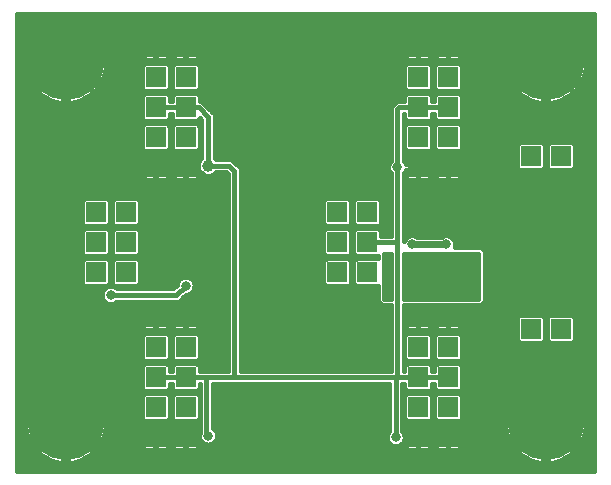
<source format=gbr>
G75*
G70*
%OFA0B0*%
%FSLAX24Y24*%
%IPPOS*%
%LPD*%
%AMOC8*
5,1,8,0,0,1.08239X$1,22.5*
%
%ADD10R,0.0650X0.0650*%
%ADD11C,0.2540*%
%ADD12C,0.0160*%
%ADD13C,0.0317*%
%ADD14C,0.0240*%
%ADD15C,0.0396*%
D10*
X005088Y005413D03*
X006088Y005413D03*
X006088Y006413D03*
X005088Y006413D03*
X005088Y007413D03*
X006088Y007413D03*
X006088Y008413D03*
X005088Y008413D03*
X005088Y009413D03*
X006088Y009413D03*
X004088Y010913D03*
X003088Y010913D03*
X003088Y011913D03*
X004088Y011913D03*
X004088Y012913D03*
X003088Y012913D03*
X005088Y014413D03*
X006088Y014413D03*
X006088Y015413D03*
X005088Y015413D03*
X005088Y016413D03*
X006088Y016413D03*
X006088Y017413D03*
X005088Y017413D03*
X005088Y018413D03*
X006088Y018413D03*
X011150Y012913D03*
X012150Y012913D03*
X012150Y011913D03*
X011150Y011913D03*
X011150Y010913D03*
X012150Y010913D03*
X013838Y009413D03*
X014838Y009413D03*
X014838Y008413D03*
X013838Y008413D03*
X013838Y007413D03*
X014838Y007413D03*
X014838Y006413D03*
X013838Y006413D03*
X013838Y005413D03*
X014838Y005413D03*
X017588Y008038D03*
X018588Y008038D03*
X018588Y009038D03*
X017588Y009038D03*
X017588Y010038D03*
X018588Y010038D03*
X018588Y013788D03*
X017588Y013788D03*
X017588Y014788D03*
X018588Y014788D03*
X018588Y015788D03*
X017588Y015788D03*
X014838Y015413D03*
X013838Y015413D03*
X013838Y016413D03*
X014838Y016413D03*
X014838Y017413D03*
X013838Y017413D03*
X013838Y018413D03*
X014838Y018413D03*
X014838Y014413D03*
X013838Y014413D03*
D11*
X018088Y017913D03*
X018088Y005913D03*
X002088Y005913D03*
X002088Y017913D03*
D12*
X000467Y019533D02*
X000467Y004293D01*
X019708Y004293D01*
X019708Y019533D01*
X000467Y019533D01*
X000467Y019446D02*
X019708Y019446D01*
X019708Y019288D02*
X000467Y019288D01*
X000467Y019129D02*
X001499Y019129D01*
X001510Y019135D02*
X001393Y019072D01*
X001282Y018999D01*
X001180Y018914D01*
X001086Y018821D01*
X001002Y018718D01*
X000928Y018608D01*
X000866Y018491D01*
X000815Y018368D01*
X000776Y018241D01*
X000751Y018111D01*
X000739Y017993D01*
X002007Y017993D01*
X002007Y017833D01*
X000739Y017833D01*
X000751Y017715D01*
X000776Y017585D01*
X000815Y017458D01*
X000866Y017335D01*
X000928Y017218D01*
X001002Y017108D01*
X001086Y017005D01*
X001180Y016912D01*
X001282Y016827D01*
X001393Y016754D01*
X001510Y016691D01*
X001632Y016640D01*
X001759Y016602D01*
X001889Y016576D01*
X002008Y016564D01*
X002008Y017833D01*
X002167Y017833D01*
X002167Y016564D01*
X002286Y016576D01*
X002416Y016602D01*
X002543Y016640D01*
X002665Y016691D01*
X002782Y016754D01*
X002893Y016827D01*
X002995Y016912D01*
X003089Y017005D01*
X003173Y017108D01*
X003247Y017218D01*
X003309Y017335D01*
X003360Y017458D01*
X003399Y017585D01*
X003424Y017715D01*
X003436Y017833D01*
X002168Y017833D01*
X002168Y017993D01*
X003436Y017993D01*
X003424Y018111D01*
X003399Y018241D01*
X003360Y018368D01*
X003309Y018491D01*
X003247Y018608D01*
X003173Y018718D01*
X003089Y018821D01*
X002995Y018914D01*
X002893Y018999D01*
X002782Y019072D01*
X002665Y019135D01*
X002543Y019186D01*
X002416Y019224D01*
X002286Y019250D01*
X002167Y019262D01*
X002167Y017993D01*
X002008Y017993D01*
X002008Y019262D01*
X001889Y019250D01*
X001759Y019224D01*
X001632Y019186D01*
X001510Y019135D01*
X001248Y018971D02*
X000467Y018971D01*
X000467Y018812D02*
X001079Y018812D01*
X000959Y018654D02*
X000467Y018654D01*
X000467Y018495D02*
X000868Y018495D01*
X000805Y018337D02*
X000467Y018337D01*
X000467Y018178D02*
X000764Y018178D01*
X000741Y018020D02*
X000467Y018020D01*
X000467Y017861D02*
X002007Y017861D01*
X002008Y017703D02*
X002167Y017703D01*
X002168Y017861D02*
X004688Y017861D01*
X004705Y017878D02*
X004623Y017796D01*
X004623Y017030D01*
X004705Y016948D01*
X005470Y016948D01*
X005552Y017030D01*
X005552Y017796D01*
X005470Y017878D01*
X004705Y017878D01*
X004747Y018008D02*
X005080Y018008D01*
X005080Y018405D01*
X005095Y018405D01*
X005095Y018008D01*
X005428Y018008D01*
X005458Y018020D01*
X005480Y018043D01*
X005492Y018072D01*
X005492Y018405D01*
X005095Y018405D01*
X005095Y018420D01*
X005492Y018420D01*
X005492Y018754D01*
X005480Y018783D01*
X005458Y018806D01*
X005428Y018818D01*
X005095Y018818D01*
X005095Y018420D01*
X005080Y018420D01*
X005080Y018405D01*
X004682Y018405D01*
X004683Y018072D01*
X004695Y018043D01*
X004717Y018020D01*
X004747Y018008D01*
X004719Y018020D02*
X003434Y018020D01*
X003411Y018178D02*
X004682Y018178D01*
X004682Y018337D02*
X003370Y018337D01*
X003307Y018495D02*
X004683Y018495D01*
X004683Y018420D02*
X005080Y018420D01*
X005080Y018818D01*
X004747Y018818D01*
X004717Y018806D01*
X004695Y018783D01*
X004683Y018754D01*
X004683Y018420D01*
X004683Y018654D02*
X003216Y018654D01*
X003096Y018812D02*
X004732Y018812D01*
X005080Y018812D02*
X005095Y018812D01*
X005080Y018654D02*
X005095Y018654D01*
X005080Y018495D02*
X005095Y018495D01*
X005080Y018337D02*
X005095Y018337D01*
X005080Y018178D02*
X005095Y018178D01*
X005080Y018020D02*
X005095Y018020D01*
X005456Y018020D02*
X005719Y018020D01*
X005717Y018020D02*
X005747Y018008D01*
X006080Y018008D01*
X006080Y018405D01*
X006095Y018405D01*
X006095Y018008D01*
X006428Y018008D01*
X006458Y018020D01*
X006480Y018043D01*
X006492Y018072D01*
X006492Y018405D01*
X006095Y018405D01*
X006095Y018420D01*
X006492Y018420D01*
X006492Y018754D01*
X006480Y018783D01*
X006458Y018806D01*
X006428Y018818D01*
X006095Y018818D01*
X006095Y018420D01*
X006080Y018420D01*
X006080Y018405D01*
X005682Y018405D01*
X005683Y018072D01*
X005695Y018043D01*
X005717Y018020D01*
X005705Y017878D02*
X005623Y017796D01*
X005623Y017030D01*
X005705Y016948D01*
X006470Y016948D01*
X006552Y017030D01*
X006552Y017796D01*
X006470Y017878D01*
X005705Y017878D01*
X005688Y017861D02*
X005487Y017861D01*
X005552Y017703D02*
X005623Y017703D01*
X005623Y017544D02*
X005552Y017544D01*
X005552Y017386D02*
X005623Y017386D01*
X005623Y017227D02*
X005552Y017227D01*
X005552Y017069D02*
X005623Y017069D01*
X005705Y016878D02*
X005623Y016796D01*
X005623Y016633D01*
X005552Y016633D01*
X005552Y016796D01*
X005470Y016878D01*
X004705Y016878D01*
X004623Y016796D01*
X004623Y016030D01*
X004705Y015948D01*
X005470Y015948D01*
X005552Y016030D01*
X005552Y016193D01*
X005623Y016193D01*
X005623Y016030D01*
X005705Y015948D01*
X006470Y015948D01*
X006552Y016030D01*
X006552Y016074D01*
X006618Y016009D01*
X006618Y014734D01*
X006551Y014667D01*
X006499Y014543D01*
X006499Y014408D01*
X006551Y014284D01*
X006646Y014189D01*
X006770Y014137D01*
X006905Y014137D01*
X007029Y014189D01*
X007096Y014255D01*
X007434Y014255D01*
X007493Y014197D01*
X007493Y007633D01*
X006552Y007633D01*
X006552Y007796D01*
X006470Y007878D01*
X005705Y007878D01*
X005623Y007796D01*
X005623Y007633D01*
X005552Y007633D01*
X005552Y007796D01*
X005470Y007878D01*
X004705Y007878D01*
X004623Y007796D01*
X004623Y007030D01*
X004705Y006948D01*
X005470Y006948D01*
X005552Y007030D01*
X005552Y007193D01*
X005623Y007193D01*
X005623Y007030D01*
X005705Y006948D01*
X006470Y006948D01*
X006552Y007030D01*
X006552Y007193D01*
X006555Y007193D01*
X006555Y005574D01*
X006539Y005535D01*
X006539Y005416D01*
X006584Y005306D01*
X006668Y005222D01*
X006778Y005177D01*
X006897Y005177D01*
X007007Y005222D01*
X007091Y005306D01*
X007136Y005416D01*
X007136Y005535D01*
X007091Y005645D01*
X007007Y005729D01*
X006995Y005734D01*
X006995Y007193D01*
X012868Y007193D01*
X012868Y005615D01*
X012834Y005582D01*
X012789Y005472D01*
X012789Y005354D01*
X012834Y005244D01*
X012918Y005160D01*
X013028Y005114D01*
X013147Y005114D01*
X013257Y005160D01*
X013341Y005244D01*
X013386Y005354D01*
X013386Y005472D01*
X013341Y005582D01*
X013307Y005615D01*
X013307Y007193D01*
X013373Y007193D01*
X013373Y007030D01*
X013455Y006948D01*
X014220Y006948D01*
X014302Y007030D01*
X014302Y007193D01*
X014373Y007193D01*
X014373Y007030D01*
X014455Y006948D01*
X015220Y006948D01*
X015302Y007030D01*
X015302Y007796D01*
X015220Y007878D01*
X014455Y007878D01*
X014373Y007796D01*
X014373Y007633D01*
X014302Y007633D01*
X014302Y007796D01*
X014220Y007878D01*
X013455Y007878D01*
X013373Y007796D01*
X013373Y007633D01*
X013370Y007633D01*
X013370Y009818D01*
X015929Y009818D01*
X016057Y009947D01*
X016057Y011629D01*
X015929Y011758D01*
X015060Y011758D01*
X015074Y011791D01*
X015074Y011910D01*
X015028Y012020D01*
X014944Y012104D01*
X014834Y012149D01*
X014716Y012149D01*
X014622Y012110D01*
X013803Y012110D01*
X013709Y012149D01*
X013591Y012149D01*
X013481Y012104D01*
X013397Y012020D01*
X013370Y011955D01*
X013370Y014211D01*
X013403Y014244D01*
X013432Y014314D01*
X013433Y014072D01*
X013445Y014043D01*
X013467Y014020D01*
X013497Y014008D01*
X013830Y014008D01*
X013830Y014405D01*
X013845Y014405D01*
X013845Y014008D01*
X014178Y014008D01*
X014208Y014020D01*
X014230Y014043D01*
X014242Y014072D01*
X014242Y014405D01*
X013845Y014405D01*
X013845Y014420D01*
X014242Y014420D01*
X014242Y014754D01*
X014230Y014783D01*
X014208Y014806D01*
X014178Y014818D01*
X013845Y014818D01*
X013845Y014420D01*
X013830Y014420D01*
X013830Y014818D01*
X013497Y014818D01*
X013467Y014806D01*
X013445Y014783D01*
X013433Y014754D01*
X013433Y014512D01*
X013403Y014582D01*
X013370Y014615D01*
X013370Y016193D01*
X013373Y016193D01*
X013373Y016030D01*
X013455Y015948D01*
X014220Y015948D01*
X014302Y016030D01*
X014302Y016193D01*
X014373Y016193D01*
X014373Y016030D01*
X014455Y015948D01*
X015220Y015948D01*
X015302Y016030D01*
X015302Y016796D01*
X015220Y016878D01*
X014455Y016878D01*
X014373Y016796D01*
X014373Y016633D01*
X014302Y016633D01*
X014302Y016796D01*
X014220Y016878D01*
X013455Y016878D01*
X013373Y016796D01*
X013373Y016633D01*
X013121Y016633D01*
X012993Y016504D01*
X012930Y016442D01*
X012930Y014615D01*
X012897Y014582D01*
X012851Y014472D01*
X012851Y014354D01*
X012897Y014244D01*
X012930Y014211D01*
X012930Y012133D01*
X012615Y012133D01*
X012615Y012296D01*
X012533Y012378D01*
X011767Y012378D01*
X011685Y012296D01*
X011685Y011530D01*
X011767Y011448D01*
X012493Y011448D01*
X012493Y011378D01*
X011767Y011378D01*
X011685Y011296D01*
X011685Y010530D01*
X011767Y010448D01*
X012493Y010448D01*
X012493Y009947D01*
X012621Y009818D01*
X012930Y009818D01*
X012930Y007633D01*
X007932Y007633D01*
X007932Y014379D01*
X007616Y014695D01*
X007096Y014695D01*
X007057Y014734D01*
X007057Y016192D01*
X006745Y016504D01*
X006616Y016633D01*
X006552Y016633D01*
X006552Y016796D01*
X006470Y016878D01*
X005705Y016878D01*
X005623Y016752D02*
X005552Y016752D01*
X005088Y016413D02*
X006088Y016413D01*
X006525Y016413D01*
X006838Y016100D01*
X006838Y014475D01*
X007525Y014475D01*
X007713Y014288D01*
X007713Y007413D01*
X006775Y007413D01*
X006775Y005538D01*
X006838Y005475D01*
X007105Y005339D02*
X012795Y005339D01*
X012799Y005498D02*
X007136Y005498D01*
X007079Y005656D02*
X012868Y005656D01*
X012868Y005815D02*
X006995Y005815D01*
X006995Y005973D02*
X012868Y005973D01*
X012868Y006132D02*
X006995Y006132D01*
X006995Y006290D02*
X012868Y006290D01*
X012868Y006449D02*
X006995Y006449D01*
X006995Y006607D02*
X012868Y006607D01*
X012868Y006766D02*
X006995Y006766D01*
X006995Y006924D02*
X012868Y006924D01*
X012868Y007083D02*
X006995Y007083D01*
X006775Y007413D02*
X006088Y007413D01*
X005088Y007413D01*
X004623Y007400D02*
X000467Y007400D01*
X000467Y007558D02*
X004623Y007558D01*
X004623Y007717D02*
X000467Y007717D01*
X000467Y007875D02*
X004702Y007875D01*
X004705Y007948D02*
X005470Y007948D01*
X005552Y008030D01*
X005552Y008796D01*
X005470Y008878D01*
X004705Y008878D01*
X004623Y008796D01*
X004623Y008030D01*
X004705Y007948D01*
X004623Y008034D02*
X000467Y008034D01*
X000467Y008192D02*
X004623Y008192D01*
X004623Y008351D02*
X000467Y008351D01*
X000467Y008509D02*
X004623Y008509D01*
X004623Y008668D02*
X000467Y008668D01*
X000467Y008826D02*
X004653Y008826D01*
X004717Y009020D02*
X004747Y009008D01*
X005080Y009008D01*
X005080Y009405D01*
X005095Y009405D01*
X005095Y009008D01*
X005428Y009008D01*
X005458Y009020D01*
X005480Y009043D01*
X005492Y009072D01*
X005492Y009405D01*
X005095Y009405D01*
X005095Y009420D01*
X005492Y009420D01*
X005492Y009754D01*
X005480Y009783D01*
X005458Y009806D01*
X005428Y009818D01*
X005095Y009818D01*
X005095Y009420D01*
X005080Y009420D01*
X005080Y009405D01*
X004682Y009405D01*
X004683Y009072D01*
X004695Y009043D01*
X004717Y009020D01*
X004682Y009144D02*
X000467Y009144D01*
X000467Y009302D02*
X004682Y009302D01*
X004683Y009420D02*
X005080Y009420D01*
X005080Y009818D01*
X004747Y009818D01*
X004717Y009806D01*
X004695Y009783D01*
X004683Y009754D01*
X004683Y009420D01*
X004683Y009461D02*
X000467Y009461D01*
X000467Y009619D02*
X004683Y009619D01*
X004692Y009778D02*
X000467Y009778D01*
X000467Y009936D02*
X003392Y009936D01*
X003418Y009910D02*
X003528Y009864D01*
X003647Y009864D01*
X003757Y009910D01*
X003790Y009943D01*
X005866Y009943D01*
X006100Y010177D01*
X006147Y010177D01*
X006257Y010222D01*
X006341Y010306D01*
X006386Y010416D01*
X006386Y010535D01*
X006341Y010645D01*
X006257Y010729D01*
X006147Y010774D01*
X006028Y010774D01*
X005918Y010729D01*
X005834Y010645D01*
X005789Y010535D01*
X005789Y010488D01*
X005684Y010383D01*
X003790Y010383D01*
X003757Y010416D01*
X003647Y010462D01*
X003528Y010462D01*
X003418Y010416D01*
X003334Y010332D01*
X003289Y010222D01*
X003289Y010104D01*
X003334Y009994D01*
X003418Y009910D01*
X003293Y010095D02*
X000467Y010095D01*
X000467Y010253D02*
X003301Y010253D01*
X003414Y010412D02*
X000467Y010412D01*
X000467Y010570D02*
X002623Y010570D01*
X002623Y010530D02*
X002705Y010448D01*
X003470Y010448D01*
X003552Y010530D01*
X003552Y011296D01*
X003470Y011378D01*
X002705Y011378D01*
X002623Y011296D01*
X002623Y010530D01*
X002623Y010729D02*
X000467Y010729D01*
X000467Y010887D02*
X002623Y010887D01*
X002623Y011046D02*
X000467Y011046D01*
X000467Y011204D02*
X002623Y011204D01*
X002689Y011363D02*
X000467Y011363D01*
X000467Y011521D02*
X002631Y011521D01*
X002623Y011530D02*
X002705Y011448D01*
X003470Y011448D01*
X003552Y011530D01*
X003552Y012296D01*
X003470Y012378D01*
X002705Y012378D01*
X002623Y012296D01*
X002623Y011530D01*
X002623Y011680D02*
X000467Y011680D01*
X000467Y011838D02*
X002623Y011838D01*
X002623Y011997D02*
X000467Y011997D01*
X000467Y012155D02*
X002623Y012155D01*
X002640Y012314D02*
X000467Y012314D01*
X000467Y012472D02*
X002680Y012472D01*
X002705Y012448D02*
X002623Y012530D01*
X002623Y013296D01*
X002705Y013378D01*
X003470Y013378D01*
X003552Y013296D01*
X003552Y012530D01*
X003470Y012448D01*
X002705Y012448D01*
X002623Y012631D02*
X000467Y012631D01*
X000467Y012789D02*
X002623Y012789D01*
X002623Y012948D02*
X000467Y012948D01*
X000467Y013106D02*
X002623Y013106D01*
X002623Y013265D02*
X000467Y013265D01*
X000467Y013423D02*
X007493Y013423D01*
X007493Y013265D02*
X004552Y013265D01*
X004552Y013296D02*
X004470Y013378D01*
X003705Y013378D01*
X003623Y013296D01*
X003623Y012530D01*
X003705Y012448D01*
X004470Y012448D01*
X004552Y012530D01*
X004552Y013296D01*
X004552Y013106D02*
X007493Y013106D01*
X007493Y012948D02*
X004552Y012948D01*
X004552Y012789D02*
X007493Y012789D01*
X007493Y012631D02*
X004552Y012631D01*
X004495Y012472D02*
X007493Y012472D01*
X007493Y012314D02*
X004535Y012314D01*
X004552Y012296D02*
X004470Y012378D01*
X003705Y012378D01*
X003623Y012296D01*
X003623Y011530D01*
X003705Y011448D01*
X004470Y011448D01*
X004552Y011530D01*
X004552Y012296D01*
X004552Y012155D02*
X007493Y012155D01*
X007493Y011997D02*
X004552Y011997D01*
X004552Y011838D02*
X007493Y011838D01*
X007493Y011680D02*
X004552Y011680D01*
X004544Y011521D02*
X007493Y011521D01*
X007493Y011363D02*
X004486Y011363D01*
X004470Y011378D02*
X004552Y011296D01*
X004552Y010530D01*
X004470Y010448D01*
X003705Y010448D01*
X003623Y010530D01*
X003623Y011296D01*
X003705Y011378D01*
X004470Y011378D01*
X004552Y011204D02*
X007493Y011204D01*
X007493Y011046D02*
X004552Y011046D01*
X004552Y010887D02*
X007493Y010887D01*
X007493Y010729D02*
X006257Y010729D01*
X006372Y010570D02*
X007493Y010570D01*
X007493Y010412D02*
X006384Y010412D01*
X006287Y010253D02*
X007493Y010253D01*
X007493Y010095D02*
X006018Y010095D01*
X005775Y010163D02*
X006088Y010475D01*
X005803Y010570D02*
X004552Y010570D01*
X004552Y010729D02*
X005918Y010729D01*
X005712Y010412D02*
X003761Y010412D01*
X003623Y010570D02*
X003552Y010570D01*
X003552Y010729D02*
X003623Y010729D01*
X003623Y010887D02*
X003552Y010887D01*
X003552Y011046D02*
X003623Y011046D01*
X003623Y011204D02*
X003552Y011204D01*
X003486Y011363D02*
X003689Y011363D01*
X003631Y011521D02*
X003544Y011521D01*
X003552Y011680D02*
X003623Y011680D01*
X003623Y011838D02*
X003552Y011838D01*
X003552Y011997D02*
X003623Y011997D01*
X003623Y012155D02*
X003552Y012155D01*
X003535Y012314D02*
X003640Y012314D01*
X003680Y012472D02*
X003495Y012472D01*
X003552Y012631D02*
X003623Y012631D01*
X003623Y012789D02*
X003552Y012789D01*
X003552Y012948D02*
X003623Y012948D01*
X003623Y013106D02*
X003552Y013106D01*
X003552Y013265D02*
X003623Y013265D01*
X004695Y014043D02*
X004717Y014020D01*
X004747Y014008D01*
X005080Y014008D01*
X005080Y014405D01*
X005095Y014405D01*
X005095Y014008D01*
X005428Y014008D01*
X005458Y014020D01*
X005480Y014043D01*
X005492Y014072D01*
X005492Y014405D01*
X005095Y014405D01*
X005095Y014420D01*
X005492Y014420D01*
X005492Y014754D01*
X005480Y014783D01*
X005458Y014806D01*
X005428Y014818D01*
X005095Y014818D01*
X005095Y014420D01*
X005080Y014420D01*
X005080Y014405D01*
X004682Y014405D01*
X004683Y014072D01*
X004695Y014043D01*
X004689Y014057D02*
X000467Y014057D01*
X000467Y013899D02*
X007493Y013899D01*
X007493Y014057D02*
X006486Y014057D01*
X006480Y014043D02*
X006492Y014072D01*
X006492Y014405D01*
X006095Y014405D01*
X006095Y014008D01*
X006428Y014008D01*
X006458Y014020D01*
X006480Y014043D01*
X006492Y014216D02*
X006619Y014216D01*
X006514Y014374D02*
X006492Y014374D01*
X006492Y014420D02*
X006492Y014754D01*
X006480Y014783D01*
X006458Y014806D01*
X006428Y014818D01*
X006095Y014818D01*
X006095Y014420D01*
X006492Y014420D01*
X006492Y014533D02*
X006499Y014533D01*
X006492Y014691D02*
X006575Y014691D01*
X006618Y014850D02*
X000467Y014850D01*
X000467Y015008D02*
X004644Y015008D01*
X004623Y015030D02*
X004705Y014948D01*
X005470Y014948D01*
X005552Y015030D01*
X005552Y015796D01*
X005470Y015878D01*
X004705Y015878D01*
X004623Y015796D01*
X004623Y015030D01*
X004623Y015167D02*
X000467Y015167D01*
X000467Y015325D02*
X004623Y015325D01*
X004623Y015484D02*
X000467Y015484D01*
X000467Y015642D02*
X004623Y015642D01*
X004627Y015801D02*
X000467Y015801D01*
X000467Y015959D02*
X004693Y015959D01*
X004623Y016118D02*
X000467Y016118D01*
X000467Y016276D02*
X004623Y016276D01*
X004623Y016435D02*
X000467Y016435D01*
X000467Y016593D02*
X001804Y016593D01*
X002008Y016593D02*
X002167Y016593D01*
X002167Y016752D02*
X002008Y016752D01*
X002008Y016910D02*
X002167Y016910D01*
X002167Y017069D02*
X002008Y017069D01*
X002008Y017227D02*
X002167Y017227D01*
X002167Y017386D02*
X002008Y017386D01*
X002008Y017544D02*
X002167Y017544D01*
X002167Y018020D02*
X002008Y018020D01*
X002008Y018178D02*
X002167Y018178D01*
X002167Y018337D02*
X002008Y018337D01*
X002008Y018495D02*
X002167Y018495D01*
X002167Y018654D02*
X002008Y018654D01*
X002008Y018812D02*
X002167Y018812D01*
X002167Y018971D02*
X002008Y018971D01*
X002008Y019129D02*
X002167Y019129D01*
X002676Y019129D02*
X017499Y019129D01*
X017510Y019135D02*
X017393Y019072D01*
X017282Y018999D01*
X017180Y018914D01*
X017086Y018821D01*
X017002Y018718D01*
X016928Y018608D01*
X016866Y018491D01*
X016815Y018368D01*
X016776Y018241D01*
X016751Y018111D01*
X016739Y017993D01*
X018007Y017993D01*
X018007Y017833D01*
X016739Y017833D01*
X016751Y017715D01*
X016776Y017585D01*
X016815Y017458D01*
X016866Y017335D01*
X016928Y017218D01*
X017002Y017108D01*
X017086Y017005D01*
X017180Y016912D01*
X017282Y016827D01*
X017393Y016754D01*
X017510Y016691D01*
X017632Y016640D01*
X017759Y016602D01*
X017889Y016576D01*
X018008Y016564D01*
X018008Y017833D01*
X018167Y017833D01*
X018167Y016564D01*
X018286Y016576D01*
X018416Y016602D01*
X018543Y016640D01*
X018665Y016691D01*
X018782Y016754D01*
X018893Y016827D01*
X018995Y016912D01*
X019089Y017005D01*
X019173Y017108D01*
X019247Y017218D01*
X019309Y017335D01*
X019360Y017458D01*
X019399Y017585D01*
X019424Y017715D01*
X019436Y017833D01*
X018168Y017833D01*
X018168Y017993D01*
X019436Y017993D01*
X019424Y018111D01*
X019399Y018241D01*
X019360Y018368D01*
X019309Y018491D01*
X019247Y018608D01*
X019173Y018718D01*
X019089Y018821D01*
X018995Y018914D01*
X018893Y018999D01*
X018782Y019072D01*
X018665Y019135D01*
X018543Y019186D01*
X018416Y019224D01*
X018286Y019250D01*
X018167Y019262D01*
X018167Y017993D01*
X018008Y017993D01*
X018008Y019262D01*
X017889Y019250D01*
X017759Y019224D01*
X017632Y019186D01*
X017510Y019135D01*
X017248Y018971D02*
X002927Y018971D01*
X003422Y017703D02*
X004623Y017703D01*
X004623Y017544D02*
X003386Y017544D01*
X003330Y017386D02*
X004623Y017386D01*
X004623Y017227D02*
X003252Y017227D01*
X003141Y017069D02*
X004623Y017069D01*
X004623Y016752D02*
X002778Y016752D01*
X002993Y016910D02*
X017182Y016910D01*
X017034Y017069D02*
X015302Y017069D01*
X015302Y017030D02*
X015302Y017796D01*
X015220Y017878D01*
X014455Y017878D01*
X014373Y017796D01*
X014373Y017030D01*
X014455Y016948D01*
X015220Y016948D01*
X015302Y017030D01*
X015302Y017227D02*
X016923Y017227D01*
X016845Y017386D02*
X015302Y017386D01*
X015302Y017544D02*
X016789Y017544D01*
X016753Y017703D02*
X015302Y017703D01*
X015237Y017861D02*
X018007Y017861D01*
X018008Y017703D02*
X018167Y017703D01*
X018168Y017861D02*
X019708Y017861D01*
X019708Y017703D02*
X019422Y017703D01*
X019386Y017544D02*
X019708Y017544D01*
X019708Y017386D02*
X019330Y017386D01*
X019252Y017227D02*
X019708Y017227D01*
X019708Y017069D02*
X019141Y017069D01*
X018993Y016910D02*
X019708Y016910D01*
X019708Y016752D02*
X018778Y016752D01*
X018371Y016593D02*
X019708Y016593D01*
X019708Y016435D02*
X015302Y016435D01*
X015302Y016593D02*
X017804Y016593D01*
X018008Y016593D02*
X018167Y016593D01*
X018167Y016752D02*
X018008Y016752D01*
X018008Y016910D02*
X018167Y016910D01*
X018167Y017069D02*
X018008Y017069D01*
X018008Y017227D02*
X018167Y017227D01*
X018167Y017386D02*
X018008Y017386D01*
X018008Y017544D02*
X018167Y017544D01*
X018167Y018020D02*
X018008Y018020D01*
X018008Y018178D02*
X018167Y018178D01*
X018167Y018337D02*
X018008Y018337D01*
X018008Y018495D02*
X018167Y018495D01*
X018167Y018654D02*
X018008Y018654D01*
X018008Y018812D02*
X018167Y018812D01*
X018167Y018971D02*
X018008Y018971D01*
X018008Y019129D02*
X018167Y019129D01*
X018676Y019129D02*
X019708Y019129D01*
X019708Y018971D02*
X018927Y018971D01*
X019096Y018812D02*
X019708Y018812D01*
X019708Y018654D02*
X019216Y018654D01*
X019307Y018495D02*
X019708Y018495D01*
X019708Y018337D02*
X019370Y018337D01*
X019411Y018178D02*
X019708Y018178D01*
X019708Y018020D02*
X019434Y018020D01*
X017397Y016752D02*
X015302Y016752D01*
X015302Y016276D02*
X019708Y016276D01*
X019708Y016118D02*
X018992Y016118D01*
X018992Y016129D02*
X018980Y016158D01*
X018958Y016181D01*
X018928Y016193D01*
X018595Y016193D01*
X018595Y015795D01*
X018992Y015795D01*
X018992Y016129D01*
X018992Y015959D02*
X019708Y015959D01*
X019708Y015801D02*
X018992Y015801D01*
X018992Y015780D02*
X018992Y015447D01*
X018980Y015418D01*
X018958Y015395D01*
X018928Y015383D01*
X018595Y015383D01*
X018595Y015780D01*
X018580Y015780D01*
X018580Y015383D01*
X018247Y015383D01*
X018217Y015395D01*
X018195Y015418D01*
X018183Y015447D01*
X018183Y015780D01*
X018580Y015780D01*
X018580Y015795D01*
X018182Y015795D01*
X018183Y016129D01*
X018195Y016158D01*
X018217Y016181D01*
X018247Y016193D01*
X018580Y016193D01*
X018580Y015795D01*
X018595Y015795D01*
X018595Y015780D01*
X018992Y015780D01*
X018992Y015642D02*
X019708Y015642D01*
X019708Y015484D02*
X018992Y015484D01*
X018970Y015253D02*
X018205Y015253D01*
X018123Y015171D01*
X018123Y014405D01*
X018205Y014323D01*
X018970Y014323D01*
X019052Y014405D01*
X019052Y015171D01*
X018970Y015253D01*
X019052Y015167D02*
X019708Y015167D01*
X019708Y015325D02*
X015302Y015325D01*
X015302Y015167D02*
X017123Y015167D01*
X017123Y015171D02*
X017123Y014405D01*
X017205Y014323D01*
X017970Y014323D01*
X018052Y014405D01*
X018052Y015171D01*
X017970Y015253D01*
X017205Y015253D01*
X017123Y015171D01*
X017123Y015008D02*
X015281Y015008D01*
X015302Y015030D02*
X015302Y015796D01*
X015220Y015878D01*
X014455Y015878D01*
X014373Y015796D01*
X014373Y015030D01*
X014455Y014948D01*
X015220Y014948D01*
X015302Y015030D01*
X015208Y014806D02*
X015178Y014818D01*
X014845Y014818D01*
X014845Y014420D01*
X015242Y014420D01*
X015242Y014754D01*
X015230Y014783D01*
X015208Y014806D01*
X015242Y014691D02*
X017123Y014691D01*
X017123Y014533D02*
X015242Y014533D01*
X015242Y014405D02*
X014845Y014405D01*
X014845Y014008D01*
X015178Y014008D01*
X015208Y014020D01*
X015230Y014043D01*
X015242Y014072D01*
X015242Y014405D01*
X015242Y014374D02*
X017153Y014374D01*
X017217Y014181D02*
X017195Y014158D01*
X017183Y014129D01*
X017182Y013795D01*
X017580Y013795D01*
X017580Y013780D01*
X017595Y013780D01*
X017595Y013383D01*
X017928Y013383D01*
X017958Y013395D01*
X017980Y013418D01*
X017992Y013447D01*
X017992Y013780D01*
X017595Y013780D01*
X017595Y013795D01*
X017992Y013795D01*
X017992Y014129D01*
X017980Y014158D01*
X017958Y014181D01*
X017928Y014193D01*
X017595Y014193D01*
X017595Y013795D01*
X017580Y013795D01*
X017580Y014193D01*
X017247Y014193D01*
X017217Y014181D01*
X017183Y014057D02*
X015236Y014057D01*
X015242Y014216D02*
X019708Y014216D01*
X019708Y014374D02*
X019022Y014374D01*
X019052Y014533D02*
X019708Y014533D01*
X019708Y014691D02*
X019052Y014691D01*
X019052Y014850D02*
X019708Y014850D01*
X019708Y015008D02*
X019052Y015008D01*
X018595Y015484D02*
X018580Y015484D01*
X018580Y015642D02*
X018595Y015642D01*
X018580Y015801D02*
X018595Y015801D01*
X018580Y015959D02*
X018595Y015959D01*
X018580Y016118D02*
X018595Y016118D01*
X018183Y016118D02*
X017992Y016118D01*
X017992Y016129D02*
X017980Y016158D01*
X017958Y016181D01*
X017928Y016193D01*
X017595Y016193D01*
X017595Y015795D01*
X017992Y015795D01*
X017992Y016129D01*
X017992Y015959D02*
X018183Y015959D01*
X018183Y015801D02*
X017992Y015801D01*
X017992Y015780D02*
X017992Y015447D01*
X017980Y015418D01*
X017958Y015395D01*
X017928Y015383D01*
X017595Y015383D01*
X017595Y015780D01*
X017580Y015780D01*
X017580Y015383D01*
X017247Y015383D01*
X017217Y015395D01*
X017195Y015418D01*
X017183Y015447D01*
X017183Y015780D01*
X017580Y015780D01*
X017580Y015795D01*
X017182Y015795D01*
X017183Y016129D01*
X017195Y016158D01*
X017217Y016181D01*
X017247Y016193D01*
X017580Y016193D01*
X017580Y015795D01*
X017595Y015795D01*
X017595Y015780D01*
X017992Y015780D01*
X017992Y015642D02*
X018183Y015642D01*
X018183Y015484D02*
X017992Y015484D01*
X018052Y015167D02*
X018123Y015167D01*
X018123Y015008D02*
X018052Y015008D01*
X018052Y014850D02*
X018123Y014850D01*
X018123Y014691D02*
X018052Y014691D01*
X018052Y014533D02*
X018123Y014533D01*
X018153Y014374D02*
X018022Y014374D01*
X018217Y014181D02*
X018195Y014158D01*
X018183Y014129D01*
X018182Y013795D01*
X018580Y013795D01*
X018580Y013780D01*
X018595Y013780D01*
X018595Y013383D01*
X018928Y013383D01*
X018958Y013395D01*
X018980Y013418D01*
X018992Y013447D01*
X018992Y013780D01*
X018595Y013780D01*
X018595Y013795D01*
X018992Y013795D01*
X018992Y014129D01*
X018980Y014158D01*
X018958Y014181D01*
X018928Y014193D01*
X018595Y014193D01*
X018595Y013795D01*
X018580Y013795D01*
X018580Y014193D01*
X018247Y014193D01*
X018217Y014181D01*
X018183Y014057D02*
X017992Y014057D01*
X017992Y013899D02*
X018183Y013899D01*
X018183Y013780D02*
X018183Y013447D01*
X018195Y013418D01*
X018217Y013395D01*
X018247Y013383D01*
X018580Y013383D01*
X018580Y013780D01*
X018183Y013780D01*
X018183Y013740D02*
X017992Y013740D01*
X017992Y013582D02*
X018183Y013582D01*
X018192Y013423D02*
X017983Y013423D01*
X017595Y013423D02*
X017580Y013423D01*
X017580Y013383D02*
X017247Y013383D01*
X017217Y013395D01*
X017195Y013418D01*
X017183Y013447D01*
X017183Y013780D01*
X017580Y013780D01*
X017580Y013383D01*
X017580Y013582D02*
X017595Y013582D01*
X017580Y013740D02*
X017595Y013740D01*
X017580Y013899D02*
X017595Y013899D01*
X017580Y014057D02*
X017595Y014057D01*
X017183Y013899D02*
X013370Y013899D01*
X013370Y014057D02*
X013439Y014057D01*
X013432Y014216D02*
X013375Y014216D01*
X013150Y014413D02*
X013150Y011913D01*
X013150Y007475D01*
X013088Y007413D01*
X013838Y007413D01*
X014838Y007413D01*
X014900Y007413D01*
X015302Y007400D02*
X019708Y007400D01*
X019708Y007558D02*
X015302Y007558D01*
X015302Y007717D02*
X017183Y007717D01*
X017183Y007697D02*
X017195Y007668D01*
X017217Y007645D01*
X017247Y007633D01*
X017580Y007633D01*
X017580Y008030D01*
X017595Y008030D01*
X017595Y007633D01*
X017928Y007633D01*
X017958Y007645D01*
X017980Y007668D01*
X017992Y007697D01*
X017992Y008030D01*
X017595Y008030D01*
X017595Y008045D01*
X017992Y008045D01*
X017992Y008379D01*
X017980Y008408D01*
X017958Y008431D01*
X017928Y008443D01*
X017595Y008443D01*
X017595Y008045D01*
X017580Y008045D01*
X017580Y008030D01*
X017183Y008030D01*
X017183Y007697D01*
X017183Y007875D02*
X015223Y007875D01*
X015220Y007948D02*
X015302Y008030D01*
X015302Y008796D01*
X015220Y008878D01*
X014455Y008878D01*
X014373Y008796D01*
X014373Y008030D01*
X014455Y007948D01*
X015220Y007948D01*
X015302Y008034D02*
X017580Y008034D01*
X017580Y008045D02*
X017182Y008045D01*
X017183Y008379D01*
X017195Y008408D01*
X017217Y008431D01*
X017247Y008443D01*
X017580Y008443D01*
X017580Y008045D01*
X017595Y008034D02*
X018580Y008034D01*
X018580Y008030D02*
X018183Y008030D01*
X018183Y007697D01*
X018195Y007668D01*
X018217Y007645D01*
X018247Y007633D01*
X018580Y007633D01*
X018580Y008030D01*
X018595Y008030D01*
X018595Y007633D01*
X018928Y007633D01*
X018958Y007645D01*
X018980Y007668D01*
X018992Y007697D01*
X018992Y008030D01*
X018595Y008030D01*
X018595Y008045D01*
X018992Y008045D01*
X018992Y008379D01*
X018980Y008408D01*
X018958Y008431D01*
X018928Y008443D01*
X018595Y008443D01*
X018595Y008045D01*
X018580Y008045D01*
X018580Y008030D01*
X018580Y008045D02*
X018182Y008045D01*
X018183Y008379D01*
X018195Y008408D01*
X018217Y008431D01*
X018247Y008443D01*
X018580Y008443D01*
X018580Y008045D01*
X018595Y008034D02*
X019708Y008034D01*
X019708Y008192D02*
X018992Y008192D01*
X018992Y008351D02*
X019708Y008351D01*
X019708Y008509D02*
X015302Y008509D01*
X015302Y008351D02*
X017183Y008351D01*
X017183Y008192D02*
X015302Y008192D01*
X015302Y008668D02*
X017123Y008668D01*
X017123Y008655D02*
X017205Y008573D01*
X017970Y008573D01*
X018052Y008655D01*
X018052Y009421D01*
X017970Y009503D01*
X017205Y009503D01*
X017123Y009421D01*
X017123Y008655D01*
X017123Y008826D02*
X015272Y008826D01*
X015178Y009008D02*
X015208Y009020D01*
X015230Y009043D01*
X015242Y009072D01*
X015242Y009405D01*
X014845Y009405D01*
X014845Y009008D01*
X015178Y009008D01*
X015242Y009144D02*
X017123Y009144D01*
X017123Y009302D02*
X015242Y009302D01*
X015242Y009420D02*
X015242Y009754D01*
X015230Y009783D01*
X015208Y009806D01*
X015178Y009818D01*
X014845Y009818D01*
X014845Y009420D01*
X015242Y009420D01*
X015242Y009461D02*
X017162Y009461D01*
X017247Y009633D02*
X017580Y009633D01*
X017580Y010030D01*
X017595Y010030D01*
X017595Y009633D01*
X017928Y009633D01*
X017958Y009645D01*
X017980Y009668D01*
X017992Y009697D01*
X017992Y010030D01*
X017595Y010030D01*
X017595Y010045D01*
X017992Y010045D01*
X017992Y010379D01*
X017980Y010408D01*
X017958Y010431D01*
X017928Y010443D01*
X017595Y010443D01*
X017595Y010045D01*
X017580Y010045D01*
X017580Y010030D01*
X017183Y010030D01*
X017183Y009697D01*
X017195Y009668D01*
X017217Y009645D01*
X017247Y009633D01*
X017183Y009778D02*
X015233Y009778D01*
X015242Y009619D02*
X019708Y009619D01*
X019708Y009461D02*
X019013Y009461D01*
X019052Y009421D02*
X018970Y009503D01*
X018205Y009503D01*
X018123Y009421D01*
X018123Y008655D01*
X018205Y008573D01*
X018970Y008573D01*
X019052Y008655D01*
X019052Y009421D01*
X019052Y009302D02*
X019708Y009302D01*
X019708Y009144D02*
X019052Y009144D01*
X019052Y008985D02*
X019708Y008985D01*
X019708Y008826D02*
X019052Y008826D01*
X019052Y008668D02*
X019708Y008668D01*
X019708Y007875D02*
X018992Y007875D01*
X018992Y007717D02*
X019708Y007717D01*
X019708Y007241D02*
X018329Y007241D01*
X018286Y007250D02*
X018167Y007262D01*
X018167Y005993D01*
X018008Y005993D01*
X018008Y007262D01*
X017889Y007250D01*
X017759Y007224D01*
X017632Y007186D01*
X017510Y007135D01*
X017393Y007072D01*
X017282Y006999D01*
X017180Y006914D01*
X017086Y006821D01*
X017002Y006718D01*
X016928Y006608D01*
X016866Y006491D01*
X016815Y006368D01*
X016776Y006241D01*
X016751Y006111D01*
X016739Y005993D01*
X018007Y005993D01*
X018007Y005833D01*
X016739Y005833D01*
X016751Y005715D01*
X016776Y005585D01*
X016815Y005458D01*
X016866Y005335D01*
X016928Y005218D01*
X017002Y005108D01*
X017086Y005005D01*
X017180Y004912D01*
X017282Y004827D01*
X017393Y004754D01*
X017510Y004691D01*
X017632Y004640D01*
X017759Y004602D01*
X017889Y004576D01*
X018008Y004564D01*
X018008Y005833D01*
X018167Y005833D01*
X018167Y004564D01*
X018286Y004576D01*
X018416Y004602D01*
X018543Y004640D01*
X018665Y004691D01*
X018782Y004754D01*
X018893Y004827D01*
X018995Y004912D01*
X019089Y005005D01*
X019173Y005108D01*
X019247Y005218D01*
X019309Y005335D01*
X019360Y005458D01*
X019399Y005585D01*
X019424Y005715D01*
X019436Y005833D01*
X018168Y005833D01*
X018168Y005993D01*
X019436Y005993D01*
X019424Y006111D01*
X019399Y006241D01*
X019360Y006368D01*
X019309Y006491D01*
X019247Y006608D01*
X019173Y006718D01*
X019089Y006821D01*
X018995Y006914D01*
X018893Y006999D01*
X018782Y007072D01*
X018665Y007135D01*
X018543Y007186D01*
X018416Y007224D01*
X018286Y007250D01*
X018167Y007241D02*
X018008Y007241D01*
X018008Y007083D02*
X018167Y007083D01*
X018167Y006924D02*
X018008Y006924D01*
X018008Y006766D02*
X018167Y006766D01*
X018167Y006607D02*
X018008Y006607D01*
X018008Y006449D02*
X018167Y006449D01*
X018167Y006290D02*
X018008Y006290D01*
X018008Y006132D02*
X018167Y006132D01*
X018168Y005973D02*
X019708Y005973D01*
X019708Y005815D02*
X019434Y005815D01*
X019413Y005656D02*
X019708Y005656D01*
X019708Y005498D02*
X019372Y005498D01*
X019311Y005339D02*
X019708Y005339D01*
X019708Y005181D02*
X019222Y005181D01*
X019103Y005022D02*
X019708Y005022D01*
X019708Y004864D02*
X018937Y004864D01*
X018692Y004705D02*
X019708Y004705D01*
X019708Y004547D02*
X000467Y004547D01*
X000467Y004705D02*
X001483Y004705D01*
X001510Y004691D02*
X001632Y004640D01*
X001759Y004602D01*
X001889Y004576D01*
X002008Y004564D01*
X002008Y005833D01*
X002167Y005833D01*
X002167Y004564D01*
X002286Y004576D01*
X002416Y004602D01*
X002543Y004640D01*
X002665Y004691D01*
X002782Y004754D01*
X002893Y004827D01*
X002995Y004912D01*
X003089Y005005D01*
X003173Y005108D01*
X003247Y005218D01*
X003309Y005335D01*
X003360Y005458D01*
X003399Y005585D01*
X003424Y005715D01*
X003436Y005833D01*
X002168Y005833D01*
X002168Y005993D01*
X003436Y005993D01*
X003424Y006111D01*
X003399Y006241D01*
X003360Y006368D01*
X003309Y006491D01*
X003247Y006608D01*
X003173Y006718D01*
X003089Y006821D01*
X002995Y006914D01*
X002893Y006999D01*
X002782Y007072D01*
X002665Y007135D01*
X002543Y007186D01*
X002416Y007224D01*
X002286Y007250D01*
X002167Y007262D01*
X002167Y005993D01*
X002008Y005993D01*
X002008Y007262D01*
X001889Y007250D01*
X001759Y007224D01*
X001632Y007186D01*
X001510Y007135D01*
X001393Y007072D01*
X001282Y006999D01*
X001180Y006914D01*
X001086Y006821D01*
X001002Y006718D01*
X000928Y006608D01*
X000866Y006491D01*
X000815Y006368D01*
X000776Y006241D01*
X000751Y006111D01*
X000739Y005993D01*
X002007Y005993D01*
X002007Y005833D01*
X000739Y005833D01*
X000751Y005715D01*
X000776Y005585D01*
X000815Y005458D01*
X000866Y005335D01*
X000928Y005218D01*
X001002Y005108D01*
X001086Y005005D01*
X001180Y004912D01*
X001282Y004827D01*
X001393Y004754D01*
X001510Y004691D01*
X001238Y004864D02*
X000467Y004864D01*
X000467Y005022D02*
X001072Y005022D01*
X000953Y005181D02*
X000467Y005181D01*
X000467Y005339D02*
X000864Y005339D01*
X000803Y005498D02*
X000467Y005498D01*
X000467Y005656D02*
X000762Y005656D01*
X000741Y005815D02*
X000467Y005815D01*
X000467Y005973D02*
X002007Y005973D01*
X002008Y005815D02*
X002167Y005815D01*
X002168Y005973D02*
X004679Y005973D01*
X004705Y005948D02*
X005470Y005948D01*
X005552Y006030D01*
X005552Y006796D01*
X005470Y006878D01*
X004705Y006878D01*
X004623Y006796D01*
X004623Y006030D01*
X004705Y005948D01*
X004747Y005818D02*
X004717Y005806D01*
X004695Y005783D01*
X004683Y005754D01*
X004683Y005420D01*
X005080Y005420D01*
X005080Y005405D01*
X005095Y005405D01*
X005095Y005008D01*
X005428Y005008D01*
X005458Y005020D01*
X005480Y005043D01*
X005492Y005072D01*
X005492Y005405D01*
X005095Y005405D01*
X005095Y005420D01*
X005492Y005420D01*
X005492Y005754D01*
X005480Y005783D01*
X005458Y005806D01*
X005428Y005818D01*
X005095Y005818D01*
X005095Y005420D01*
X005080Y005420D01*
X005080Y005818D01*
X004747Y005818D01*
X004739Y005815D02*
X003434Y005815D01*
X003413Y005656D02*
X004683Y005656D01*
X004683Y005498D02*
X003372Y005498D01*
X003311Y005339D02*
X004682Y005339D01*
X004682Y005405D02*
X004683Y005072D01*
X004695Y005043D01*
X004717Y005020D01*
X004747Y005008D01*
X005080Y005008D01*
X005080Y005405D01*
X004682Y005405D01*
X005080Y005339D02*
X005095Y005339D01*
X005080Y005181D02*
X005095Y005181D01*
X005080Y005022D02*
X005095Y005022D01*
X004715Y005022D02*
X003103Y005022D01*
X003222Y005181D02*
X004682Y005181D01*
X005080Y005498D02*
X005095Y005498D01*
X005080Y005656D02*
X005095Y005656D01*
X005080Y005815D02*
X005095Y005815D01*
X005436Y005815D02*
X005739Y005815D01*
X005747Y005818D02*
X005717Y005806D01*
X005695Y005783D01*
X005683Y005754D01*
X005683Y005420D01*
X006080Y005420D01*
X006080Y005405D01*
X006095Y005405D01*
X006095Y005008D01*
X006428Y005008D01*
X006458Y005020D01*
X006480Y005043D01*
X006492Y005072D01*
X006492Y005405D01*
X006095Y005405D01*
X006095Y005420D01*
X006492Y005420D01*
X006492Y005754D01*
X006480Y005783D01*
X006458Y005806D01*
X006428Y005818D01*
X006095Y005818D01*
X006095Y005420D01*
X006080Y005420D01*
X006080Y005818D01*
X005747Y005818D01*
X005705Y005948D02*
X006470Y005948D01*
X006552Y006030D01*
X006552Y006796D01*
X006470Y006878D01*
X005705Y006878D01*
X005623Y006796D01*
X005623Y006030D01*
X005705Y005948D01*
X005679Y005973D02*
X005496Y005973D01*
X005552Y006132D02*
X005623Y006132D01*
X005623Y006290D02*
X005552Y006290D01*
X005552Y006449D02*
X005623Y006449D01*
X005623Y006607D02*
X005552Y006607D01*
X005552Y006766D02*
X005623Y006766D01*
X005623Y007083D02*
X005552Y007083D01*
X005552Y007717D02*
X005623Y007717D01*
X005702Y007875D02*
X005473Y007875D01*
X005552Y008034D02*
X005623Y008034D01*
X005623Y008030D02*
X005705Y007948D01*
X006470Y007948D01*
X006552Y008030D01*
X006552Y008796D01*
X006470Y008878D01*
X005705Y008878D01*
X005623Y008796D01*
X005623Y008030D01*
X005623Y008192D02*
X005552Y008192D01*
X005552Y008351D02*
X005623Y008351D01*
X005623Y008509D02*
X005552Y008509D01*
X005552Y008668D02*
X005623Y008668D01*
X005653Y008826D02*
X005522Y008826D01*
X005717Y009020D02*
X005747Y009008D01*
X006080Y009008D01*
X006080Y009405D01*
X006095Y009405D01*
X006095Y009008D01*
X006428Y009008D01*
X006458Y009020D01*
X006480Y009043D01*
X006492Y009072D01*
X006492Y009405D01*
X006095Y009405D01*
X006095Y009420D01*
X006492Y009420D01*
X006492Y009754D01*
X006480Y009783D01*
X006458Y009806D01*
X006428Y009818D01*
X006095Y009818D01*
X006095Y009420D01*
X006080Y009420D01*
X006080Y009405D01*
X005682Y009405D01*
X005683Y009072D01*
X005695Y009043D01*
X005717Y009020D01*
X005682Y009144D02*
X005492Y009144D01*
X005492Y009302D02*
X005682Y009302D01*
X005683Y009420D02*
X006080Y009420D01*
X006080Y009818D01*
X005747Y009818D01*
X005717Y009806D01*
X005695Y009783D01*
X005683Y009754D01*
X005683Y009420D01*
X005683Y009461D02*
X005492Y009461D01*
X005492Y009619D02*
X005683Y009619D01*
X005692Y009778D02*
X005483Y009778D01*
X005095Y009778D02*
X005080Y009778D01*
X005080Y009619D02*
X005095Y009619D01*
X005080Y009461D02*
X005095Y009461D01*
X005080Y009302D02*
X005095Y009302D01*
X005080Y009144D02*
X005095Y009144D01*
X006080Y009144D02*
X006095Y009144D01*
X006080Y009302D02*
X006095Y009302D01*
X006080Y009461D02*
X006095Y009461D01*
X006080Y009619D02*
X006095Y009619D01*
X006080Y009778D02*
X006095Y009778D01*
X006483Y009778D02*
X007493Y009778D01*
X007493Y009936D02*
X003783Y009936D01*
X003588Y010163D02*
X005775Y010163D01*
X006492Y009619D02*
X007493Y009619D01*
X007493Y009461D02*
X006492Y009461D01*
X006492Y009302D02*
X007493Y009302D01*
X007493Y009144D02*
X006492Y009144D01*
X006522Y008826D02*
X007493Y008826D01*
X007493Y008668D02*
X006552Y008668D01*
X006552Y008509D02*
X007493Y008509D01*
X007493Y008351D02*
X006552Y008351D01*
X006552Y008192D02*
X007493Y008192D01*
X007493Y008034D02*
X006552Y008034D01*
X006473Y007875D02*
X007493Y007875D01*
X007493Y007717D02*
X006552Y007717D01*
X006552Y007083D02*
X006555Y007083D01*
X006555Y006924D02*
X002983Y006924D01*
X003134Y006766D02*
X004623Y006766D01*
X004623Y006607D02*
X003247Y006607D01*
X003327Y006449D02*
X004623Y006449D01*
X004623Y006290D02*
X003384Y006290D01*
X003420Y006132D02*
X004623Y006132D01*
X005492Y005656D02*
X005683Y005656D01*
X005683Y005498D02*
X005492Y005498D01*
X005492Y005339D02*
X005682Y005339D01*
X005682Y005405D02*
X005683Y005072D01*
X005695Y005043D01*
X005717Y005020D01*
X005747Y005008D01*
X006080Y005008D01*
X006080Y005405D01*
X005682Y005405D01*
X006080Y005339D02*
X006095Y005339D01*
X006080Y005181D02*
X006095Y005181D01*
X006080Y005022D02*
X006095Y005022D01*
X005715Y005022D02*
X005460Y005022D01*
X005492Y005181D02*
X005682Y005181D01*
X006080Y005498D02*
X006095Y005498D01*
X006080Y005656D02*
X006095Y005656D01*
X006080Y005815D02*
X006095Y005815D01*
X006436Y005815D02*
X006555Y005815D01*
X006555Y005973D02*
X006496Y005973D01*
X006552Y006132D02*
X006555Y006132D01*
X006552Y006290D02*
X006555Y006290D01*
X006552Y006449D02*
X006555Y006449D01*
X006552Y006607D02*
X006555Y006607D01*
X006552Y006766D02*
X006555Y006766D01*
X006555Y005656D02*
X006492Y005656D01*
X006492Y005498D02*
X006539Y005498D01*
X006570Y005339D02*
X006492Y005339D01*
X006492Y005181D02*
X006768Y005181D01*
X006907Y005181D02*
X012897Y005181D01*
X013088Y005413D02*
X013088Y007413D01*
X007713Y007413D01*
X007932Y007717D02*
X012930Y007717D01*
X012930Y007875D02*
X007932Y007875D01*
X007932Y008034D02*
X012930Y008034D01*
X012930Y008192D02*
X007932Y008192D01*
X007932Y008351D02*
X012930Y008351D01*
X012930Y008509D02*
X007932Y008509D01*
X007932Y008668D02*
X012930Y008668D01*
X012930Y008826D02*
X007932Y008826D01*
X007932Y008985D02*
X012930Y008985D01*
X012930Y009144D02*
X007932Y009144D01*
X007932Y009302D02*
X012930Y009302D01*
X012930Y009461D02*
X007932Y009461D01*
X007932Y009619D02*
X012930Y009619D01*
X012930Y009778D02*
X007932Y009778D01*
X007932Y009936D02*
X012503Y009936D01*
X012493Y010095D02*
X007932Y010095D01*
X007932Y010253D02*
X012493Y010253D01*
X012493Y010412D02*
X007932Y010412D01*
X007932Y010570D02*
X010685Y010570D01*
X010685Y010530D02*
X010767Y010448D01*
X011533Y010448D01*
X011615Y010530D01*
X011615Y011296D01*
X011533Y011378D01*
X010767Y011378D01*
X010685Y011296D01*
X010685Y010530D01*
X010685Y010729D02*
X007932Y010729D01*
X007932Y010887D02*
X010685Y010887D01*
X010685Y011046D02*
X007932Y011046D01*
X007932Y011204D02*
X010685Y011204D01*
X010752Y011363D02*
X007932Y011363D01*
X007932Y011521D02*
X010694Y011521D01*
X010685Y011530D02*
X010767Y011448D01*
X011533Y011448D01*
X011615Y011530D01*
X011615Y012296D01*
X011533Y012378D01*
X010767Y012378D01*
X010685Y012296D01*
X010685Y011530D01*
X010685Y011680D02*
X007932Y011680D01*
X007932Y011838D02*
X010685Y011838D01*
X010685Y011997D02*
X007932Y011997D01*
X007932Y012155D02*
X010685Y012155D01*
X010703Y012314D02*
X007932Y012314D01*
X007932Y012472D02*
X010743Y012472D01*
X010767Y012448D02*
X010685Y012530D01*
X010685Y013296D01*
X010767Y013378D01*
X011533Y013378D01*
X011615Y013296D01*
X011615Y012530D01*
X011533Y012448D01*
X010767Y012448D01*
X010685Y012631D02*
X007932Y012631D01*
X007932Y012789D02*
X010685Y012789D01*
X010685Y012948D02*
X007932Y012948D01*
X007932Y013106D02*
X010685Y013106D01*
X010685Y013265D02*
X007932Y013265D01*
X007932Y013423D02*
X012930Y013423D01*
X012930Y013265D02*
X012615Y013265D01*
X012615Y013296D02*
X012533Y013378D01*
X011767Y013378D01*
X011685Y013296D01*
X011685Y012530D01*
X011767Y012448D01*
X012533Y012448D01*
X012615Y012530D01*
X012615Y013296D01*
X012615Y013106D02*
X012930Y013106D01*
X012930Y012948D02*
X012615Y012948D01*
X012615Y012789D02*
X012930Y012789D01*
X012930Y012631D02*
X012615Y012631D01*
X012557Y012472D02*
X012930Y012472D01*
X012930Y012314D02*
X012597Y012314D01*
X012615Y012155D02*
X012930Y012155D01*
X013150Y011913D02*
X012150Y011913D01*
X011685Y011838D02*
X011615Y011838D01*
X011615Y011680D02*
X011685Y011680D01*
X011694Y011521D02*
X011606Y011521D01*
X011548Y011363D02*
X011752Y011363D01*
X011685Y011204D02*
X011615Y011204D01*
X011615Y011046D02*
X011685Y011046D01*
X011685Y010887D02*
X011615Y010887D01*
X011615Y010729D02*
X011685Y010729D01*
X011685Y010570D02*
X011615Y010570D01*
X012713Y010570D02*
X012930Y010570D01*
X012930Y010412D02*
X012713Y010412D01*
X012713Y010253D02*
X012930Y010253D01*
X012930Y010095D02*
X012713Y010095D01*
X012713Y010038D02*
X012930Y010038D01*
X012930Y011538D01*
X012713Y011538D01*
X012713Y010038D01*
X013370Y010038D02*
X013370Y011538D01*
X015838Y011538D01*
X015838Y010038D01*
X013370Y010038D01*
X013370Y010095D02*
X015838Y010095D01*
X015838Y010253D02*
X013370Y010253D01*
X013370Y010412D02*
X015838Y010412D01*
X015838Y010570D02*
X013370Y010570D01*
X013370Y010729D02*
X015838Y010729D01*
X015838Y010887D02*
X013370Y010887D01*
X013370Y011046D02*
X015838Y011046D01*
X015838Y011204D02*
X013370Y011204D01*
X013370Y011363D02*
X015838Y011363D01*
X015838Y011521D02*
X013370Y011521D01*
X012930Y011521D02*
X012713Y011521D01*
X012713Y011363D02*
X012930Y011363D01*
X012930Y011204D02*
X012713Y011204D01*
X012713Y011046D02*
X012930Y011046D01*
X012930Y010887D02*
X012713Y010887D01*
X012713Y010729D02*
X012930Y010729D01*
X013467Y009806D02*
X013445Y009783D01*
X013433Y009754D01*
X013433Y009420D01*
X013830Y009420D01*
X013830Y009405D01*
X013845Y009405D01*
X013845Y009008D01*
X014178Y009008D01*
X014208Y009020D01*
X014230Y009043D01*
X014242Y009072D01*
X014242Y009405D01*
X013845Y009405D01*
X013845Y009420D01*
X014242Y009420D01*
X014242Y009754D01*
X014230Y009783D01*
X014208Y009806D01*
X014178Y009818D01*
X013845Y009818D01*
X013845Y009420D01*
X013830Y009420D01*
X013830Y009818D01*
X013497Y009818D01*
X013467Y009806D01*
X013442Y009778D02*
X013370Y009778D01*
X013370Y009619D02*
X013433Y009619D01*
X013433Y009461D02*
X013370Y009461D01*
X013432Y009405D02*
X013433Y009072D01*
X013445Y009043D01*
X013467Y009020D01*
X013497Y009008D01*
X013830Y009008D01*
X013830Y009405D01*
X013432Y009405D01*
X013432Y009302D02*
X013370Y009302D01*
X013370Y009144D02*
X013432Y009144D01*
X013370Y008985D02*
X017123Y008985D01*
X017580Y008351D02*
X017595Y008351D01*
X017580Y008192D02*
X017595Y008192D01*
X017580Y007875D02*
X017595Y007875D01*
X017580Y007717D02*
X017595Y007717D01*
X017992Y007717D02*
X018183Y007717D01*
X018183Y007875D02*
X017992Y007875D01*
X017992Y008192D02*
X018183Y008192D01*
X018183Y008351D02*
X017992Y008351D01*
X018052Y008668D02*
X018123Y008668D01*
X018123Y008826D02*
X018052Y008826D01*
X018052Y008985D02*
X018123Y008985D01*
X018123Y009144D02*
X018052Y009144D01*
X018052Y009302D02*
X018123Y009302D01*
X018162Y009461D02*
X018013Y009461D01*
X018217Y009645D02*
X018247Y009633D01*
X018580Y009633D01*
X018580Y010030D01*
X018595Y010030D01*
X018595Y009633D01*
X018928Y009633D01*
X018958Y009645D01*
X018980Y009668D01*
X018992Y009697D01*
X018992Y010030D01*
X018595Y010030D01*
X018595Y010045D01*
X018992Y010045D01*
X018992Y010379D01*
X018980Y010408D01*
X018958Y010431D01*
X018928Y010443D01*
X018595Y010443D01*
X018595Y010045D01*
X018580Y010045D01*
X018580Y010030D01*
X018183Y010030D01*
X018183Y009697D01*
X018195Y009668D01*
X018217Y009645D01*
X018183Y009778D02*
X017992Y009778D01*
X017992Y009936D02*
X018183Y009936D01*
X018182Y010045D02*
X018580Y010045D01*
X018580Y010443D01*
X018247Y010443D01*
X018217Y010431D01*
X018195Y010408D01*
X018183Y010379D01*
X018182Y010045D01*
X018183Y010095D02*
X017992Y010095D01*
X017992Y010253D02*
X018183Y010253D01*
X018198Y010412D02*
X017977Y010412D01*
X017595Y010412D02*
X017580Y010412D01*
X017580Y010443D02*
X017247Y010443D01*
X017217Y010431D01*
X017195Y010408D01*
X017183Y010379D01*
X017182Y010045D01*
X017580Y010045D01*
X017580Y010443D01*
X017580Y010253D02*
X017595Y010253D01*
X017580Y010095D02*
X017595Y010095D01*
X017580Y009936D02*
X017595Y009936D01*
X017580Y009778D02*
X017595Y009778D01*
X017183Y009936D02*
X016047Y009936D01*
X016057Y010095D02*
X017183Y010095D01*
X017183Y010253D02*
X016057Y010253D01*
X016057Y010412D02*
X017198Y010412D01*
X016057Y010570D02*
X019708Y010570D01*
X019708Y010412D02*
X018977Y010412D01*
X018992Y010253D02*
X019708Y010253D01*
X019708Y010095D02*
X018992Y010095D01*
X018992Y009936D02*
X019708Y009936D01*
X019708Y009778D02*
X018992Y009778D01*
X018595Y009778D02*
X018580Y009778D01*
X018580Y009936D02*
X018595Y009936D01*
X018580Y010095D02*
X018595Y010095D01*
X018580Y010253D02*
X018595Y010253D01*
X018580Y010412D02*
X018595Y010412D01*
X019708Y010729D02*
X016057Y010729D01*
X016057Y010887D02*
X019708Y010887D01*
X019708Y011046D02*
X016057Y011046D01*
X016057Y011204D02*
X019708Y011204D01*
X019708Y011363D02*
X016057Y011363D01*
X016057Y011521D02*
X019708Y011521D01*
X019708Y011680D02*
X016007Y011680D01*
X015074Y011838D02*
X019708Y011838D01*
X019708Y011997D02*
X015038Y011997D01*
X013387Y011997D02*
X013370Y011997D01*
X013370Y012155D02*
X019708Y012155D01*
X019708Y012314D02*
X013370Y012314D01*
X013370Y012472D02*
X019708Y012472D01*
X019708Y012631D02*
X013370Y012631D01*
X013370Y012789D02*
X019708Y012789D01*
X019708Y012948D02*
X013370Y012948D01*
X013370Y013106D02*
X019708Y013106D01*
X019708Y013265D02*
X013370Y013265D01*
X013370Y013423D02*
X017192Y013423D01*
X017183Y013582D02*
X013370Y013582D01*
X013370Y013740D02*
X017183Y013740D01*
X018580Y013740D02*
X018595Y013740D01*
X018580Y013582D02*
X018595Y013582D01*
X018580Y013423D02*
X018595Y013423D01*
X018983Y013423D02*
X019708Y013423D01*
X019708Y013582D02*
X018992Y013582D01*
X018992Y013740D02*
X019708Y013740D01*
X019708Y013899D02*
X018992Y013899D01*
X018992Y014057D02*
X019708Y014057D01*
X018595Y014057D02*
X018580Y014057D01*
X018580Y013899D02*
X018595Y013899D01*
X017123Y014850D02*
X013370Y014850D01*
X013455Y014948D02*
X014220Y014948D01*
X014302Y015030D01*
X014302Y015796D01*
X014220Y015878D01*
X013455Y015878D01*
X013373Y015796D01*
X013373Y015030D01*
X013455Y014948D01*
X013394Y015008D02*
X013370Y015008D01*
X013370Y015167D02*
X013373Y015167D01*
X013370Y015325D02*
X013373Y015325D01*
X013370Y015484D02*
X013373Y015484D01*
X013370Y015642D02*
X013373Y015642D01*
X013370Y015801D02*
X013377Y015801D01*
X013370Y015959D02*
X013443Y015959D01*
X013373Y016118D02*
X013370Y016118D01*
X013150Y016350D02*
X013213Y016413D01*
X013838Y016413D01*
X014838Y016413D01*
X015302Y016118D02*
X017183Y016118D01*
X017183Y015959D02*
X015232Y015959D01*
X015298Y015801D02*
X017183Y015801D01*
X017183Y015642D02*
X015302Y015642D01*
X015302Y015484D02*
X017183Y015484D01*
X017580Y015484D02*
X017595Y015484D01*
X017580Y015642D02*
X017595Y015642D01*
X017580Y015801D02*
X017595Y015801D01*
X017580Y015959D02*
X017595Y015959D01*
X017580Y016118D02*
X017595Y016118D01*
X016741Y018020D02*
X015206Y018020D01*
X015208Y018020D02*
X015230Y018043D01*
X015242Y018072D01*
X015242Y018405D01*
X014845Y018405D01*
X014845Y018008D01*
X015178Y018008D01*
X015208Y018020D01*
X015242Y018178D02*
X016764Y018178D01*
X016805Y018337D02*
X015242Y018337D01*
X015242Y018420D02*
X015242Y018754D01*
X015230Y018783D01*
X015208Y018806D01*
X015178Y018818D01*
X014845Y018818D01*
X014845Y018420D01*
X015242Y018420D01*
X015242Y018495D02*
X016868Y018495D01*
X016959Y018654D02*
X015242Y018654D01*
X015193Y018812D02*
X017079Y018812D01*
X014845Y018812D02*
X014830Y018812D01*
X014830Y018818D02*
X014497Y018818D01*
X014467Y018806D01*
X014445Y018783D01*
X014433Y018754D01*
X014433Y018420D01*
X014830Y018420D01*
X014830Y018405D01*
X014845Y018405D01*
X014845Y018420D01*
X014830Y018420D01*
X014830Y018818D01*
X014830Y018654D02*
X014845Y018654D01*
X014830Y018495D02*
X014845Y018495D01*
X014830Y018405D02*
X014432Y018405D01*
X014433Y018072D01*
X014445Y018043D01*
X014467Y018020D01*
X014497Y018008D01*
X014830Y018008D01*
X014830Y018405D01*
X014830Y018337D02*
X014845Y018337D01*
X014830Y018178D02*
X014845Y018178D01*
X014830Y018020D02*
X014845Y018020D01*
X014469Y018020D02*
X014206Y018020D01*
X014208Y018020D02*
X014230Y018043D01*
X014242Y018072D01*
X014242Y018405D01*
X013845Y018405D01*
X013845Y018008D01*
X014178Y018008D01*
X014208Y018020D01*
X014220Y017878D02*
X013455Y017878D01*
X013373Y017796D01*
X013373Y017030D01*
X013455Y016948D01*
X014220Y016948D01*
X014302Y017030D01*
X014302Y017796D01*
X014220Y017878D01*
X014237Y017861D02*
X014438Y017861D01*
X014373Y017703D02*
X014302Y017703D01*
X014302Y017544D02*
X014373Y017544D01*
X014373Y017386D02*
X014302Y017386D01*
X014302Y017227D02*
X014373Y017227D01*
X014373Y017069D02*
X014302Y017069D01*
X014302Y016752D02*
X014373Y016752D01*
X014373Y016118D02*
X014302Y016118D01*
X014232Y015959D02*
X014443Y015959D01*
X014377Y015801D02*
X014298Y015801D01*
X014302Y015642D02*
X014373Y015642D01*
X014373Y015484D02*
X014302Y015484D01*
X014302Y015325D02*
X014373Y015325D01*
X014373Y015167D02*
X014302Y015167D01*
X014281Y015008D02*
X014394Y015008D01*
X014467Y014806D02*
X014445Y014783D01*
X014433Y014754D01*
X014433Y014420D01*
X014830Y014420D01*
X014830Y014405D01*
X014845Y014405D01*
X014845Y014420D01*
X014830Y014420D01*
X014830Y014818D01*
X014497Y014818D01*
X014467Y014806D01*
X014433Y014691D02*
X014242Y014691D01*
X014242Y014533D02*
X014433Y014533D01*
X014432Y014405D02*
X014433Y014072D01*
X014445Y014043D01*
X014467Y014020D01*
X014497Y014008D01*
X014830Y014008D01*
X014830Y014405D01*
X014432Y014405D01*
X014432Y014374D02*
X014242Y014374D01*
X014242Y014216D02*
X014432Y014216D01*
X014439Y014057D02*
X014236Y014057D01*
X013845Y014057D02*
X013830Y014057D01*
X013830Y014216D02*
X013845Y014216D01*
X013830Y014374D02*
X013845Y014374D01*
X013830Y014533D02*
X013845Y014533D01*
X013830Y014691D02*
X013845Y014691D01*
X013433Y014691D02*
X013370Y014691D01*
X013424Y014533D02*
X013433Y014533D01*
X013150Y014413D02*
X013150Y016350D01*
X012930Y016276D02*
X006973Y016276D01*
X007057Y016118D02*
X012930Y016118D01*
X012930Y015959D02*
X007057Y015959D01*
X007057Y015801D02*
X012930Y015801D01*
X012930Y015642D02*
X007057Y015642D01*
X007057Y015484D02*
X012930Y015484D01*
X012930Y015325D02*
X007057Y015325D01*
X007057Y015167D02*
X012930Y015167D01*
X012930Y015008D02*
X007057Y015008D01*
X007057Y014850D02*
X012930Y014850D01*
X012930Y014691D02*
X007621Y014691D01*
X007779Y014533D02*
X012876Y014533D01*
X012851Y014374D02*
X007932Y014374D01*
X007932Y014216D02*
X012925Y014216D01*
X012930Y014057D02*
X007932Y014057D01*
X007932Y013899D02*
X012930Y013899D01*
X012930Y013740D02*
X007932Y013740D01*
X007932Y013582D02*
X012930Y013582D01*
X011685Y013265D02*
X011615Y013265D01*
X011615Y013106D02*
X011685Y013106D01*
X011685Y012948D02*
X011615Y012948D01*
X011615Y012789D02*
X011685Y012789D01*
X011685Y012631D02*
X011615Y012631D01*
X011557Y012472D02*
X011743Y012472D01*
X011703Y012314D02*
X011597Y012314D01*
X011615Y012155D02*
X011685Y012155D01*
X011685Y011997D02*
X011615Y011997D01*
X013830Y009778D02*
X013845Y009778D01*
X013830Y009619D02*
X013845Y009619D01*
X013830Y009461D02*
X013845Y009461D01*
X013830Y009302D02*
X013845Y009302D01*
X013830Y009144D02*
X013845Y009144D01*
X014242Y009144D02*
X014432Y009144D01*
X014433Y009072D02*
X014445Y009043D01*
X014467Y009020D01*
X014497Y009008D01*
X014830Y009008D01*
X014830Y009405D01*
X014845Y009405D01*
X014845Y009420D01*
X014830Y009420D01*
X014830Y009405D01*
X014432Y009405D01*
X014433Y009072D01*
X014432Y009302D02*
X014242Y009302D01*
X014242Y009461D02*
X014433Y009461D01*
X014433Y009420D02*
X014830Y009420D01*
X014830Y009818D01*
X014497Y009818D01*
X014467Y009806D01*
X014445Y009783D01*
X014433Y009754D01*
X014433Y009420D01*
X014433Y009619D02*
X014242Y009619D01*
X014233Y009778D02*
X014442Y009778D01*
X014830Y009778D02*
X014845Y009778D01*
X014830Y009619D02*
X014845Y009619D01*
X014830Y009461D02*
X014845Y009461D01*
X014830Y009302D02*
X014845Y009302D01*
X014830Y009144D02*
X014845Y009144D01*
X014403Y008826D02*
X014272Y008826D01*
X014302Y008796D02*
X014220Y008878D01*
X013455Y008878D01*
X013373Y008796D01*
X013373Y008030D01*
X013455Y007948D01*
X014220Y007948D01*
X014302Y008030D01*
X014302Y008796D01*
X014302Y008668D02*
X014373Y008668D01*
X014373Y008509D02*
X014302Y008509D01*
X014302Y008351D02*
X014373Y008351D01*
X014373Y008192D02*
X014302Y008192D01*
X014302Y008034D02*
X014373Y008034D01*
X014452Y007875D02*
X014223Y007875D01*
X014302Y007717D02*
X014373Y007717D01*
X014373Y007083D02*
X014302Y007083D01*
X014220Y006878D02*
X013455Y006878D01*
X013373Y006796D01*
X013373Y006030D01*
X013455Y005948D01*
X014220Y005948D01*
X014302Y006030D01*
X014302Y006796D01*
X014220Y006878D01*
X014302Y006766D02*
X014373Y006766D01*
X014373Y006796D02*
X014455Y006878D01*
X015220Y006878D01*
X015302Y006796D01*
X015302Y006030D01*
X015220Y005948D01*
X014455Y005948D01*
X014373Y006030D01*
X014373Y006796D01*
X014373Y006607D02*
X014302Y006607D01*
X014302Y006449D02*
X014373Y006449D01*
X014373Y006290D02*
X014302Y006290D01*
X014302Y006132D02*
X014373Y006132D01*
X014429Y005973D02*
X014246Y005973D01*
X014178Y005818D02*
X013845Y005818D01*
X013845Y005420D01*
X014242Y005420D01*
X014242Y005754D01*
X014230Y005783D01*
X014208Y005806D01*
X014178Y005818D01*
X014186Y005815D02*
X014489Y005815D01*
X014497Y005818D02*
X014467Y005806D01*
X014445Y005783D01*
X014433Y005754D01*
X014433Y005420D01*
X014830Y005420D01*
X014830Y005405D01*
X014845Y005405D01*
X014845Y005008D01*
X015178Y005008D01*
X015208Y005020D01*
X015230Y005043D01*
X015242Y005072D01*
X015242Y005405D01*
X014845Y005405D01*
X014845Y005420D01*
X015242Y005420D01*
X015242Y005754D01*
X015230Y005783D01*
X015208Y005806D01*
X015178Y005818D01*
X014845Y005818D01*
X014845Y005420D01*
X014830Y005420D01*
X014830Y005818D01*
X014497Y005818D01*
X014433Y005656D02*
X014242Y005656D01*
X014242Y005498D02*
X014433Y005498D01*
X014432Y005405D02*
X014433Y005072D01*
X014445Y005043D01*
X014467Y005020D01*
X014497Y005008D01*
X014830Y005008D01*
X014830Y005405D01*
X014432Y005405D01*
X014432Y005339D02*
X014242Y005339D01*
X014242Y005405D02*
X014242Y005072D01*
X014230Y005043D01*
X014208Y005020D01*
X014178Y005008D01*
X013845Y005008D01*
X013845Y005405D01*
X013830Y005405D01*
X013830Y005008D01*
X013497Y005008D01*
X013467Y005020D01*
X013445Y005043D01*
X013433Y005072D01*
X013432Y005405D01*
X013830Y005405D01*
X013830Y005420D01*
X013433Y005420D01*
X013433Y005754D01*
X013445Y005783D01*
X013467Y005806D01*
X013497Y005818D01*
X013830Y005818D01*
X013830Y005420D01*
X013845Y005420D01*
X013845Y005405D01*
X014242Y005405D01*
X014242Y005181D02*
X014432Y005181D01*
X014465Y005022D02*
X014210Y005022D01*
X013845Y005022D02*
X013830Y005022D01*
X013830Y005181D02*
X013845Y005181D01*
X013830Y005339D02*
X013845Y005339D01*
X013830Y005498D02*
X013845Y005498D01*
X013830Y005656D02*
X013845Y005656D01*
X013830Y005815D02*
X013845Y005815D01*
X013489Y005815D02*
X013307Y005815D01*
X013307Y005973D02*
X013429Y005973D01*
X013373Y006132D02*
X013307Y006132D01*
X013307Y006290D02*
X013373Y006290D01*
X013373Y006449D02*
X013307Y006449D01*
X013307Y006607D02*
X013373Y006607D01*
X013373Y006766D02*
X013307Y006766D01*
X013307Y006924D02*
X017192Y006924D01*
X017041Y006766D02*
X015302Y006766D01*
X015302Y006607D02*
X016928Y006607D01*
X016848Y006449D02*
X015302Y006449D01*
X015302Y006290D02*
X016791Y006290D01*
X016755Y006132D02*
X015302Y006132D01*
X015246Y005973D02*
X018007Y005973D01*
X018008Y005815D02*
X018167Y005815D01*
X018167Y005656D02*
X018008Y005656D01*
X018008Y005498D02*
X018167Y005498D01*
X018167Y005339D02*
X018008Y005339D01*
X018008Y005181D02*
X018167Y005181D01*
X018167Y005022D02*
X018008Y005022D01*
X018008Y004864D02*
X018167Y004864D01*
X018167Y004705D02*
X018008Y004705D01*
X017483Y004705D02*
X002692Y004705D01*
X002937Y004864D02*
X017238Y004864D01*
X017072Y005022D02*
X015210Y005022D01*
X015242Y005181D02*
X016953Y005181D01*
X016864Y005339D02*
X015242Y005339D01*
X015242Y005498D02*
X016803Y005498D01*
X016762Y005656D02*
X015242Y005656D01*
X015186Y005815D02*
X016741Y005815D01*
X017413Y007083D02*
X015302Y007083D01*
X015302Y007241D02*
X017846Y007241D01*
X018580Y007717D02*
X018595Y007717D01*
X018580Y007875D02*
X018595Y007875D01*
X018580Y008192D02*
X018595Y008192D01*
X018580Y008351D02*
X018595Y008351D01*
X018762Y007083D02*
X019708Y007083D01*
X019708Y006924D02*
X018983Y006924D01*
X019134Y006766D02*
X019708Y006766D01*
X019708Y006607D02*
X019247Y006607D01*
X019327Y006449D02*
X019708Y006449D01*
X019708Y006290D02*
X019384Y006290D01*
X019420Y006132D02*
X019708Y006132D01*
X019708Y004388D02*
X000467Y004388D01*
X002008Y004705D02*
X002167Y004705D01*
X002167Y004864D02*
X002008Y004864D01*
X002008Y005022D02*
X002167Y005022D01*
X002167Y005181D02*
X002008Y005181D01*
X002008Y005339D02*
X002167Y005339D01*
X002167Y005498D02*
X002008Y005498D01*
X002008Y005656D02*
X002167Y005656D01*
X002167Y006132D02*
X002008Y006132D01*
X002008Y006290D02*
X002167Y006290D01*
X002167Y006449D02*
X002008Y006449D01*
X002008Y006607D02*
X002167Y006607D01*
X002167Y006766D02*
X002008Y006766D01*
X002008Y006924D02*
X002167Y006924D01*
X002167Y007083D02*
X002008Y007083D01*
X002008Y007241D02*
X002167Y007241D01*
X002329Y007241D02*
X004623Y007241D01*
X004623Y007083D02*
X002762Y007083D01*
X001846Y007241D02*
X000467Y007241D01*
X000467Y007083D02*
X001413Y007083D01*
X001192Y006924D02*
X000467Y006924D01*
X000467Y006766D02*
X001041Y006766D01*
X000928Y006607D02*
X000467Y006607D01*
X000467Y006449D02*
X000848Y006449D01*
X000791Y006290D02*
X000467Y006290D01*
X000467Y006132D02*
X000755Y006132D01*
X000467Y008985D02*
X007493Y008985D01*
X006460Y005022D02*
X013465Y005022D01*
X013432Y005181D02*
X013278Y005181D01*
X013380Y005339D02*
X013432Y005339D01*
X013433Y005498D02*
X013376Y005498D01*
X013433Y005656D02*
X013307Y005656D01*
X014830Y005656D02*
X014845Y005656D01*
X014830Y005498D02*
X014845Y005498D01*
X014830Y005339D02*
X014845Y005339D01*
X014830Y005181D02*
X014845Y005181D01*
X014830Y005022D02*
X014845Y005022D01*
X014830Y005815D02*
X014845Y005815D01*
X013373Y007083D02*
X013307Y007083D01*
X013370Y007717D02*
X013373Y007717D01*
X013370Y007875D02*
X013452Y007875D01*
X013373Y008034D02*
X013370Y008034D01*
X013370Y008192D02*
X013373Y008192D01*
X013370Y008351D02*
X013373Y008351D01*
X013370Y008509D02*
X013373Y008509D01*
X013370Y008668D02*
X013373Y008668D01*
X013370Y008826D02*
X013403Y008826D01*
X007493Y013582D02*
X000467Y013582D01*
X000467Y013740D02*
X007493Y013740D01*
X007474Y014216D02*
X007056Y014216D01*
X006470Y014948D02*
X006552Y015030D01*
X006552Y015796D01*
X006470Y015878D01*
X005705Y015878D01*
X005623Y015796D01*
X005623Y015030D01*
X005705Y014948D01*
X006470Y014948D01*
X006531Y015008D02*
X006618Y015008D01*
X006618Y015167D02*
X006552Y015167D01*
X006552Y015325D02*
X006618Y015325D01*
X006618Y015484D02*
X006552Y015484D01*
X006552Y015642D02*
X006618Y015642D01*
X006618Y015801D02*
X006548Y015801D01*
X006482Y015959D02*
X006618Y015959D01*
X006815Y016435D02*
X012930Y016435D01*
X013081Y016593D02*
X006656Y016593D01*
X006552Y016752D02*
X013373Y016752D01*
X013373Y017069D02*
X006552Y017069D01*
X006552Y017227D02*
X013373Y017227D01*
X013373Y017386D02*
X006552Y017386D01*
X006552Y017544D02*
X013373Y017544D01*
X013373Y017703D02*
X006552Y017703D01*
X006487Y017861D02*
X013438Y017861D01*
X013497Y018008D02*
X013467Y018020D01*
X013445Y018043D01*
X013433Y018072D01*
X013432Y018405D01*
X013830Y018405D01*
X013845Y018405D01*
X013845Y018420D01*
X014242Y018420D01*
X014242Y018754D01*
X014230Y018783D01*
X014208Y018806D01*
X014178Y018818D01*
X013845Y018818D01*
X013845Y018420D01*
X013830Y018420D01*
X013830Y018405D01*
X013830Y018008D01*
X013497Y018008D01*
X013469Y018020D02*
X006456Y018020D01*
X006492Y018178D02*
X013432Y018178D01*
X013432Y018337D02*
X006492Y018337D01*
X006492Y018495D02*
X013433Y018495D01*
X013433Y018420D02*
X013830Y018420D01*
X013830Y018818D01*
X013497Y018818D01*
X013467Y018806D01*
X013445Y018783D01*
X013433Y018754D01*
X013433Y018420D01*
X013433Y018654D02*
X006492Y018654D01*
X006443Y018812D02*
X013482Y018812D01*
X013830Y018812D02*
X013845Y018812D01*
X013830Y018654D02*
X013845Y018654D01*
X013830Y018495D02*
X013845Y018495D01*
X013830Y018337D02*
X013845Y018337D01*
X013830Y018178D02*
X013845Y018178D01*
X013830Y018020D02*
X013845Y018020D01*
X014242Y018178D02*
X014432Y018178D01*
X014432Y018337D02*
X014242Y018337D01*
X014242Y018495D02*
X014433Y018495D01*
X014433Y018654D02*
X014242Y018654D01*
X014193Y018812D02*
X014482Y018812D01*
X014830Y014691D02*
X014845Y014691D01*
X014830Y014533D02*
X014845Y014533D01*
X014830Y014374D02*
X014845Y014374D01*
X014830Y014216D02*
X014845Y014216D01*
X014830Y014057D02*
X014845Y014057D01*
X006095Y014057D02*
X006080Y014057D01*
X006080Y014008D02*
X006080Y014405D01*
X006095Y014405D01*
X006095Y014420D01*
X006080Y014420D01*
X006080Y014405D01*
X005682Y014405D01*
X005683Y014072D01*
X005695Y014043D01*
X005717Y014020D01*
X005747Y014008D01*
X006080Y014008D01*
X006080Y014216D02*
X006095Y014216D01*
X006080Y014374D02*
X006095Y014374D01*
X006088Y014413D02*
X005088Y014413D01*
X005080Y014420D02*
X004683Y014420D01*
X004683Y014754D01*
X004695Y014783D01*
X004717Y014806D01*
X004747Y014818D01*
X005080Y014818D01*
X005080Y014420D01*
X005080Y014374D02*
X005095Y014374D01*
X005080Y014216D02*
X005095Y014216D01*
X005080Y014057D02*
X005095Y014057D01*
X004682Y014216D02*
X000467Y014216D01*
X000467Y014374D02*
X004682Y014374D01*
X004683Y014533D02*
X000467Y014533D01*
X000467Y014691D02*
X004683Y014691D01*
X005080Y014691D02*
X005095Y014691D01*
X005080Y014533D02*
X005095Y014533D01*
X005492Y014533D02*
X005683Y014533D01*
X005683Y014420D02*
X006080Y014420D01*
X006080Y014818D01*
X005747Y014818D01*
X005717Y014806D01*
X005695Y014783D01*
X005683Y014754D01*
X005683Y014420D01*
X005682Y014374D02*
X005492Y014374D01*
X005492Y014216D02*
X005682Y014216D01*
X005689Y014057D02*
X005486Y014057D01*
X006080Y014533D02*
X006095Y014533D01*
X006080Y014691D02*
X006095Y014691D01*
X005683Y014691D02*
X005492Y014691D01*
X005531Y015008D02*
X005644Y015008D01*
X005623Y015167D02*
X005552Y015167D01*
X005552Y015325D02*
X005623Y015325D01*
X005623Y015484D02*
X005552Y015484D01*
X005552Y015642D02*
X005623Y015642D01*
X005627Y015801D02*
X005548Y015801D01*
X005482Y015959D02*
X005693Y015959D01*
X005623Y016118D02*
X005552Y016118D01*
X004623Y016593D02*
X002371Y016593D01*
X001397Y016752D02*
X000467Y016752D01*
X000467Y016910D02*
X001182Y016910D01*
X001034Y017069D02*
X000467Y017069D01*
X000467Y017227D02*
X000923Y017227D01*
X000845Y017386D02*
X000467Y017386D01*
X000467Y017544D02*
X000789Y017544D01*
X000753Y017703D02*
X000467Y017703D01*
X005492Y018178D02*
X005682Y018178D01*
X005682Y018337D02*
X005492Y018337D01*
X005492Y018495D02*
X005683Y018495D01*
X005683Y018420D02*
X006080Y018420D01*
X006080Y018818D01*
X005747Y018818D01*
X005717Y018806D01*
X005695Y018783D01*
X005683Y018754D01*
X005683Y018420D01*
X005683Y018654D02*
X005492Y018654D01*
X005443Y018812D02*
X005732Y018812D01*
X006080Y018812D02*
X006095Y018812D01*
X006080Y018654D02*
X006095Y018654D01*
X006080Y018495D02*
X006095Y018495D01*
X006080Y018337D02*
X006095Y018337D01*
X006080Y018178D02*
X006095Y018178D01*
X006080Y018020D02*
X006095Y018020D01*
D13*
X006588Y019288D03*
X007088Y019288D03*
X007588Y019288D03*
X008088Y019288D03*
X008588Y019288D03*
X009088Y019288D03*
X009588Y019288D03*
X010088Y019288D03*
X010588Y019288D03*
X011088Y019288D03*
X011588Y019288D03*
X012088Y019288D03*
X012588Y019288D03*
X013088Y019288D03*
X013150Y014413D03*
X013650Y011850D03*
X013463Y011413D03*
X013838Y011413D03*
X014213Y011413D03*
X014588Y011413D03*
X014963Y011413D03*
X015338Y011413D03*
X015713Y011413D03*
X015713Y011038D03*
X015713Y010663D03*
X015338Y010288D03*
X014775Y011850D03*
X012838Y011413D03*
X012838Y010413D03*
X013088Y005413D03*
X013088Y004538D03*
X012588Y004538D03*
X012088Y004538D03*
X011588Y004538D03*
X011088Y004538D03*
X010588Y004538D03*
X010088Y004538D03*
X009588Y004538D03*
X009088Y004538D03*
X008588Y004538D03*
X008088Y004538D03*
X007588Y004538D03*
X007088Y004538D03*
X006838Y005475D03*
X003088Y009538D03*
X002588Y009538D03*
X002088Y009538D03*
X001588Y009538D03*
X001088Y009538D03*
X000838Y010038D03*
X003588Y010163D03*
X006088Y010475D03*
X006088Y012225D03*
X002088Y014663D03*
X002088Y015163D03*
X002088Y015663D03*
X002088Y016163D03*
X019463Y016288D03*
X019463Y015788D03*
X019463Y015288D03*
X019463Y014788D03*
X019463Y014288D03*
X019463Y013788D03*
X019463Y013288D03*
X019463Y010413D03*
X019463Y009913D03*
X019463Y008288D03*
X019463Y007788D03*
X019463Y007288D03*
D14*
X014775Y011850D02*
X013650Y011850D01*
D15*
X006838Y014475D03*
M02*

</source>
